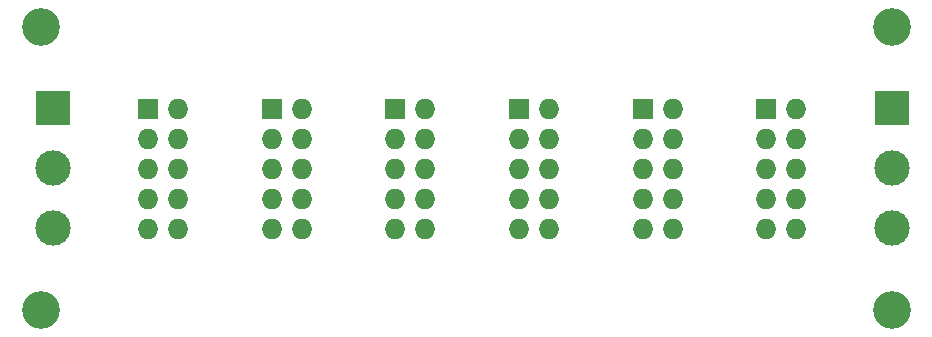
<source format=gbr>
%TF.GenerationSoftware,KiCad,Pcbnew,(6.0.0)*%
%TF.CreationDate,2022-01-31T19:36:34+00:00*%
%TF.ProjectId,BusyBusBoard,42757379-4275-4734-926f-6172642e6b69,rev?*%
%TF.SameCoordinates,Original*%
%TF.FileFunction,Soldermask,Bot*%
%TF.FilePolarity,Negative*%
%FSLAX46Y46*%
G04 Gerber Fmt 4.6, Leading zero omitted, Abs format (unit mm)*
G04 Created by KiCad (PCBNEW (6.0.0)) date 2022-01-31 19:36:34*
%MOMM*%
%LPD*%
G01*
G04 APERTURE LIST*
%ADD10C,3.200000*%
%ADD11C,3.000000*%
%ADD12R,3.000000X3.000000*%
%ADD13O,1.727200X1.727200*%
%ADD14R,1.727200X1.727200*%
G04 APERTURE END LIST*
D10*
%TO.C,H4*%
X176000000Y-95000000D03*
%TD*%
%TO.C,H3*%
X104000000Y-95000000D03*
%TD*%
%TO.C,H2*%
X176000000Y-71000000D03*
%TD*%
%TO.C,H1*%
X104000000Y-71000000D03*
%TD*%
D11*
%TO.C,J1*%
X105000000Y-88080000D03*
X105000000Y-83000000D03*
D12*
X105000000Y-77920000D03*
%TD*%
D13*
%TO.C,J4*%
X136540000Y-88160000D03*
X134000000Y-88160000D03*
X136540000Y-85620000D03*
X134000000Y-85620000D03*
X136540000Y-83080000D03*
X134000000Y-83080000D03*
X136540000Y-80540000D03*
X134000000Y-80540000D03*
X136540000Y-78000000D03*
D14*
X134000000Y-78000000D03*
%TD*%
D12*
%TO.C,J7*%
X176000000Y-77920000D03*
D11*
X176000000Y-83000000D03*
X176000000Y-88080000D03*
%TD*%
D13*
%TO.C,J3*%
X126070000Y-88160000D03*
X123530000Y-88160000D03*
X126070000Y-85620000D03*
X123530000Y-85620000D03*
X126070000Y-83080000D03*
X123530000Y-83080000D03*
X126070000Y-80540000D03*
X123530000Y-80540000D03*
X126070000Y-78000000D03*
D14*
X123530000Y-78000000D03*
%TD*%
%TO.C,J5*%
X144470000Y-78000000D03*
D13*
X147010000Y-78000000D03*
X144470000Y-80540000D03*
X147010000Y-80540000D03*
X144470000Y-83080000D03*
X147010000Y-83080000D03*
X144470000Y-85620000D03*
X147010000Y-85620000D03*
X144470000Y-88160000D03*
X147010000Y-88160000D03*
%TD*%
%TO.C,J8*%
X167950000Y-88160000D03*
X165410000Y-88160000D03*
X167950000Y-85620000D03*
X165410000Y-85620000D03*
X167950000Y-83080000D03*
X165410000Y-83080000D03*
X167950000Y-80540000D03*
X165410000Y-80540000D03*
X167950000Y-78000000D03*
D14*
X165410000Y-78000000D03*
%TD*%
D13*
%TO.C,J6*%
X157480000Y-88160000D03*
X154940000Y-88160000D03*
X157480000Y-85620000D03*
X154940000Y-85620000D03*
X157480000Y-83080000D03*
X154940000Y-83080000D03*
X157480000Y-80540000D03*
X154940000Y-80540000D03*
X157480000Y-78000000D03*
D14*
X154940000Y-78000000D03*
%TD*%
%TO.C,J2*%
X113060000Y-78000000D03*
D13*
X115600000Y-78000000D03*
X113060000Y-80540000D03*
X115600000Y-80540000D03*
X113060000Y-83080000D03*
X115600000Y-83080000D03*
X113060000Y-85620000D03*
X115600000Y-85620000D03*
X113060000Y-88160000D03*
X115600000Y-88160000D03*
%TD*%
M02*

</source>
